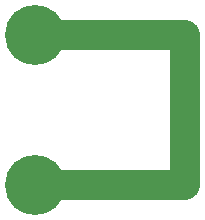
<source format=gtl>
%FSLAX24Y24*%
%MOIN*%
%ADD10C,0.1*%
%ADD11C,0.2*%
%LPD*%
D10*
X2500Y2500D02*
G01*
X7500D01*
Y7500D01*
X2500D01*
D11*
Y2500D03*
Y7500D03*
M02*

</source>
